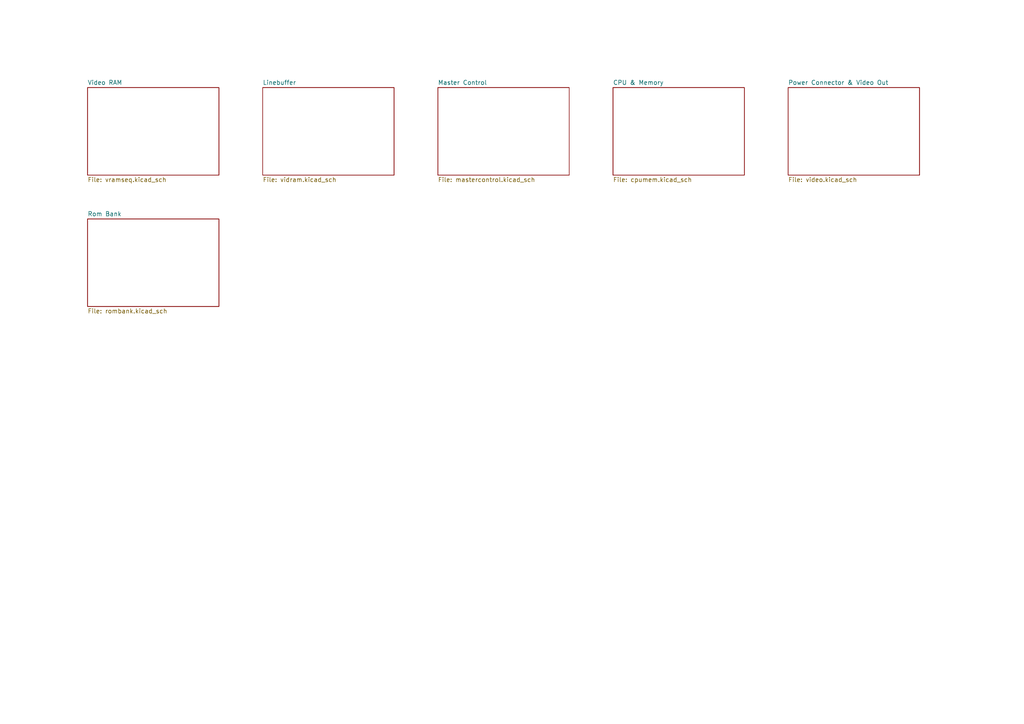
<source format=kicad_sch>
(kicad_sch
	(version 20231120)
	(generator "eeschema")
	(generator_version "8.0")
	(uuid "428d4f26-35fa-4ba6-ad48-fdc423075a09")
	(paper "A4")
	(title_block
		(title "Exidy 440")
		(company "Exidy")
		(comment 1 "Anton Gale")
	)
	(lib_symbols)
	(sheet
		(at 127 25.4)
		(size 38.1 25.4)
		(fields_autoplaced yes)
		(stroke
			(width 0.1524)
			(type solid)
		)
		(fill
			(color 0 0 0 0.0000)
		)
		(uuid "2ee1afc5-deec-4c1a-89bd-ae3f6939b2a4")
		(property "Sheetname" "Master Control"
			(at 127 24.6884 0)
			(effects
				(font
					(size 1.27 1.27)
				)
				(justify left bottom)
			)
		)
		(property "Sheetfile" "mastercontrol.kicad_sch"
			(at 127 51.3846 0)
			(effects
				(font
					(size 1.27 1.27)
				)
				(justify left top)
			)
		)
		(instances
			(project "exidy440pcb"
				(path "/ee9ca5df-edb9-4677-bdcd-afd3abb310eb/474351ca-508f-48f5-8378-01887b7dd36b"
					(page "L4")
				)
			)
		)
	)
	(sheet
		(at 25.4 25.4)
		(size 38.1 25.4)
		(fields_autoplaced yes)
		(stroke
			(width 0.1524)
			(type solid)
		)
		(fill
			(color 0 0 0 0.0000)
		)
		(uuid "4b601704-3be3-4344-964b-9605c7e9a57f")
		(property "Sheetname" "Video RAM"
			(at 25.4 24.6884 0)
			(effects
				(font
					(size 1.27 1.27)
				)
				(justify left bottom)
			)
		)
		(property "Sheetfile" "vramseq.kicad_sch"
			(at 25.4 51.3846 0)
			(effects
				(font
					(size 1.27 1.27)
				)
				(justify left top)
			)
		)
		(instances
			(project "exidy440pcb"
				(path "/ee9ca5df-edb9-4677-bdcd-afd3abb310eb/474351ca-508f-48f5-8378-01887b7dd36b"
					(page "L1")
				)
			)
		)
	)
	(sheet
		(at 76.2 25.4)
		(size 38.1 25.4)
		(fields_autoplaced yes)
		(stroke
			(width 0.1524)
			(type solid)
		)
		(fill
			(color 0 0 0 0.0000)
		)
		(uuid "6af27941-8671-4138-9e96-f63c681bb47c")
		(property "Sheetname" "Linebuffer"
			(at 76.2 24.6884 0)
			(effects
				(font
					(size 1.27 1.27)
				)
				(justify left bottom)
			)
		)
		(property "Sheetfile" "vidram.kicad_sch"
			(at 76.2 51.3846 0)
			(effects
				(font
					(size 1.27 1.27)
				)
				(justify left top)
			)
		)
		(instances
			(project "exidy440pcb"
				(path "/ee9ca5df-edb9-4677-bdcd-afd3abb310eb/474351ca-508f-48f5-8378-01887b7dd36b"
					(page "L3")
				)
			)
		)
	)
	(sheet
		(at 228.6 25.4)
		(size 38.1 25.4)
		(fields_autoplaced yes)
		(stroke
			(width 0.1524)
			(type solid)
		)
		(fill
			(color 0 0 0 0.0000)
		)
		(uuid "6bec8b70-261d-4979-b329-e9ce3670fddd")
		(property "Sheetname" "Power Connector & Video Out"
			(at 228.6 24.6884 0)
			(effects
				(font
					(size 1.27 1.27)
				)
				(justify left bottom)
			)
		)
		(property "Sheetfile" "video.kicad_sch"
			(at 228.6 51.3846 0)
			(effects
				(font
					(size 1.27 1.27)
				)
				(justify left top)
			)
		)
		(instances
			(project "exidy440pcb"
				(path "/ee9ca5df-edb9-4677-bdcd-afd3abb310eb/474351ca-508f-48f5-8378-01887b7dd36b"
					(page "L5")
				)
			)
		)
	)
	(sheet
		(at 177.8 25.4)
		(size 38.1 25.4)
		(fields_autoplaced yes)
		(stroke
			(width 0.1524)
			(type solid)
		)
		(fill
			(color 0 0 0 0.0000)
		)
		(uuid "87052143-2c62-453c-9aff-4872fb040982")
		(property "Sheetname" "CPU & Memory"
			(at 177.8 24.6884 0)
			(effects
				(font
					(size 1.27 1.27)
				)
				(justify left bottom)
			)
		)
		(property "Sheetfile" "cpumem.kicad_sch"
			(at 177.8 51.3846 0)
			(effects
				(font
					(size 1.27 1.27)
				)
				(justify left top)
			)
		)
		(instances
			(project "exidy440pcb"
				(path "/ee9ca5df-edb9-4677-bdcd-afd3abb310eb/474351ca-508f-48f5-8378-01887b7dd36b"
					(page "L2")
				)
			)
		)
	)
	(sheet
		(at 25.4 63.5)
		(size 38.1 25.4)
		(fields_autoplaced yes)
		(stroke
			(width 0.1524)
			(type solid)
		)
		(fill
			(color 0 0 0 0.0000)
		)
		(uuid "9bf516e2-7dd2-4a62-a5ce-450547f29d18")
		(property "Sheetname" "Rom Bank"
			(at 25.4 62.7884 0)
			(effects
				(font
					(size 1.27 1.27)
				)
				(justify left bottom)
			)
		)
		(property "Sheetfile" "rombank.kicad_sch"
			(at 25.4 89.4846 0)
			(effects
				(font
					(size 1.27 1.27)
				)
				(justify left top)
			)
		)
		(instances
			(project "exidy440pcb"
				(path "/ee9ca5df-edb9-4677-bdcd-afd3abb310eb/474351ca-508f-48f5-8378-01887b7dd36b"
					(page "L6")
				)
			)
		)
	)
)

</source>
